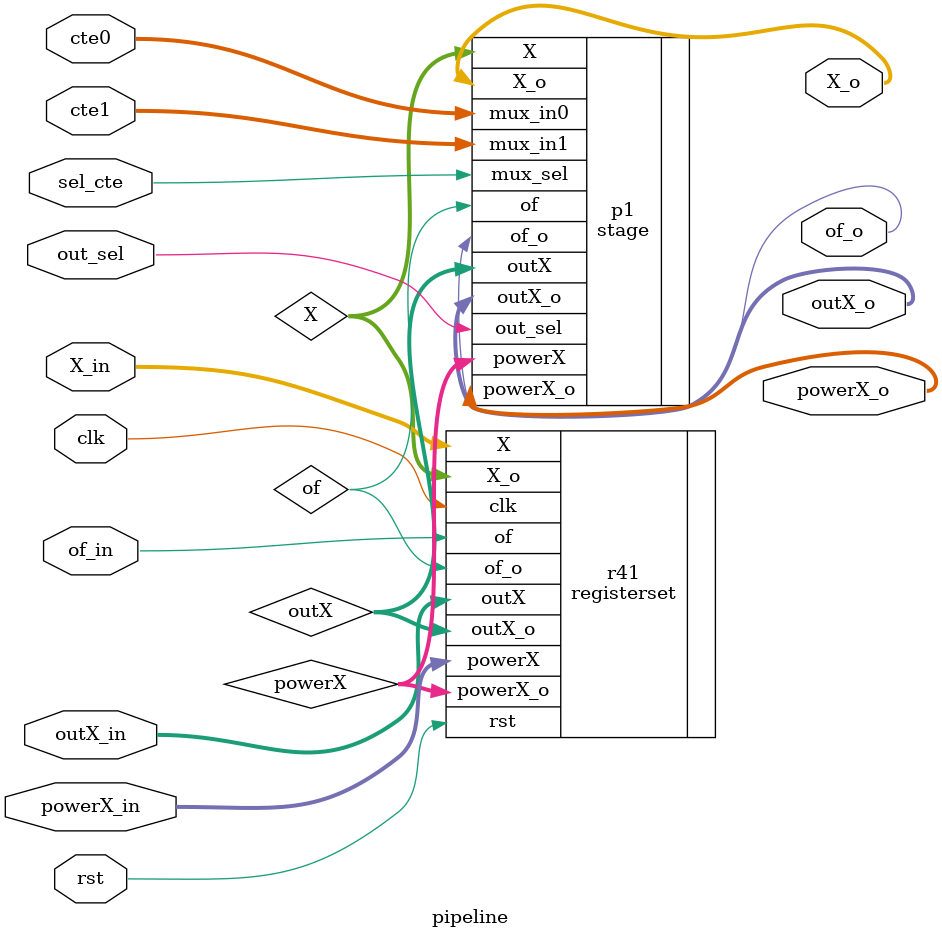
<source format=v>
module pipeline #(parameter BITS=32)(outX_in,X_in,powerX_in,of_in,cte0,cte1,sel_cte,out_sel,clk,rst, outX_o,X_o,powerX_o,of_o);
    input of_in,sel_cte,out_sel,clk,rst;
    input signed [BITS-1:0] outX_in,X_in,powerX_in,cte0,cte1;
    output of_o;
    output signed [BITS-1:0] outX_o,X_o,powerX_o;
    wire of;
    wire signed [BITS-1:0] outX,X,powerX;
    registerset #(.BITS(BITS))r41(.outX(outX_in),.of(of_in),.X(X_in),.powerX(powerX_in),.clk(clk),.rst(rst),
    .outX_o(outX),.of_o(of),.X_o(X),.powerX_o(powerX));
    stage #(.BITS(BITS))p1(.outX(outX),.X(X),.powerX(powerX),.of(of),.mux_in0(cte0),.mux_in1(cte1),.mux_sel(sel_cte),.out_sel(out_sel),
    .outX_o(outX_o),.X_o(X_o),.powerX_o(powerX_o),.of_o(of_o));
endmodule
</source>
